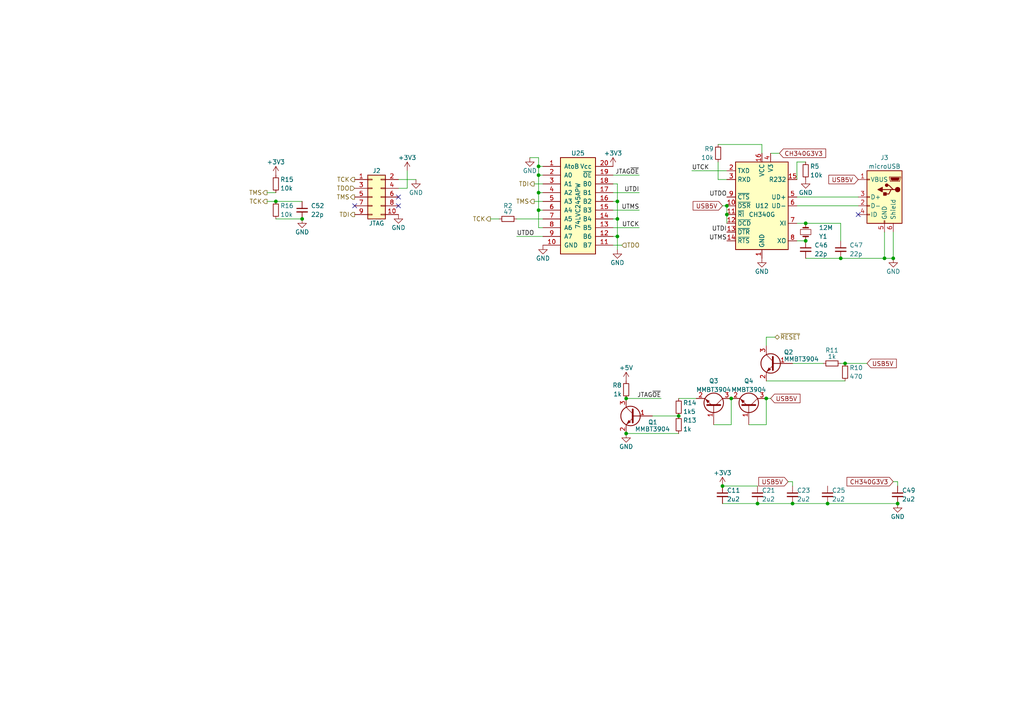
<source format=kicad_sch>
(kicad_sch (version 20230121) (generator eeschema)
  (paper "A4")
  (lib_symbols
    (symbol "Connector:USB_B_Micro" (pin_names (offset 1.016))
      (property "Reference" "J" (at -5.08 11.43 0))
      (property "Value" "USB_B_Micro" (at -5.08 8.89 0))
      (symbol "USB_B_Micro_0_1"
        (rectangle (start -5.08 -7.62) (end 5.08 7.62) (stroke (width 0.254)) (fill (type background)))
        (circle (center -3.81 2.159) (radius 0.635) (stroke (width 0.254)) (fill (type outline)))
        (circle (center -0.635 3.429) (radius 0.381) (stroke (width 0.254)) (fill (type outline)))
        (rectangle (start -0.127 -7.62) (end 0.127 -6.858))
        (polyline (pts (xy -1.905 2.159) (xy 0.635 2.159)) (stroke (width 0.254)))
        (polyline (pts (xy -3.175 2.159) (xy -2.54 2.159) (xy -1.27 3.429) (xy -0.635 3.429)) (stroke (width 0.254)))
        (polyline (pts (xy -2.54 2.159) (xy -1.905 2.159) (xy -1.27 0.889) (xy 0 0.889)) (stroke (width 0.254)))
        (polyline (pts (xy 0.635 2.794) (xy 0.635 1.524) (xy 1.905 2.159) (xy 0.635 2.794)) (stroke (width 0.254)) (fill (type outline)))
        (polyline (pts (xy -4.318 5.588) (xy -1.778 5.588) (xy -2.032 4.826) (xy -4.064 4.826) (xy -4.318 5.588)) (fill (type outline)))
        (polyline (pts (xy -4.699 5.842) (xy -4.699 5.588) (xy -4.445 4.826) (xy -4.445 4.572) (xy -1.651 4.572) (xy -1.651 4.826) (xy -1.397 5.588) (xy -1.397 5.842) (xy -4.699 5.842)))
        (rectangle (start 0.254 1.27) (end -0.508 0.508) (stroke (width 0.254)) (fill (type outline)))
        (rectangle (start 5.08 -5.207) (end 4.318 -4.953))
        (rectangle (start 5.08 -2.667) (end 4.318 -2.413))
        (rectangle (start 5.08 -0.127) (end 4.318 0.127))
        (rectangle (start 5.08 4.953) (end 4.318 5.207))
      )
      (symbol "USB_B_Micro_1_1"
        (pin power_out line (at 7.62 5.08 180) (length 2.54) (name "VBUS") (number "1"))
        (pin bidirectional line (at 7.62 -2.54 180) (length 2.54) (name "D-") (number "2"))
        (pin bidirectional line (at 7.62 0 180) (length 2.54) (name "D+") (number "3"))
        (pin passive line (at 7.62 -5.08 180) (length 2.54) (name "ID") (number "4"))
        (pin power_out line (at 0 -10.16 90) (length 2.54) (name "GND") (number "5"))
        (pin passive line (at -2.54 -10.16 90) (length 2.54) (name "Shield") (number "6"))
      )
    )
    (symbol "Connector_Generic:Conn_02x05_Odd_Even" (pin_names (offset 1.016) hide)
      (property "Reference" "J" (at 1.27 7.62 0))
      (property "Value" "Conn_02x05_Odd_Even" (at 1.27 -7.62 0))
      (symbol "Conn_02x05_Odd_Even_1_1"
        (rectangle (start -1.27 -4.953) (end 0 -5.207) (stroke (width 0.1524)))
        (rectangle (start -1.27 -2.413) (end 0 -2.667) (stroke (width 0.1524)))
        (rectangle (start -1.27 0.127) (end 0 -0.127) (stroke (width 0.1524)))
        (rectangle (start -1.27 2.667) (end 0 2.413) (stroke (width 0.1524)))
        (rectangle (start -1.27 5.207) (end 0 4.953) (stroke (width 0.1524)))
        (rectangle (start -1.27 6.35) (end 3.81 -6.35) (stroke (width 0.254)) (fill (type background)))
        (rectangle (start 3.81 -4.953) (end 2.54 -5.207) (stroke (width 0.1524)))
        (rectangle (start 3.81 -2.413) (end 2.54 -2.667) (stroke (width 0.1524)))
        (rectangle (start 3.81 0.127) (end 2.54 -0.127) (stroke (width 0.1524)))
        (rectangle (start 3.81 2.667) (end 2.54 2.413) (stroke (width 0.1524)))
        (rectangle (start 3.81 5.207) (end 2.54 4.953) (stroke (width 0.1524)))
        (pin passive line (at -5.08 5.08 0) (length 3.81) (name "Pin_1") (number "1"))
        (pin passive line (at 7.62 -5.08 180) (length 3.81) (name "Pin_10") (number "10"))
        (pin passive line (at 7.62 5.08 180) (length 3.81) (name "Pin_2") (number "2"))
        (pin passive line (at -5.08 2.54 0) (length 3.81) (name "Pin_3") (number "3"))
        (pin passive line (at 7.62 2.54 180) (length 3.81) (name "Pin_4") (number "4"))
        (pin passive line (at -5.08 0 0) (length 3.81) (name "Pin_5") (number "5"))
        (pin passive line (at 7.62 0 180) (length 3.81) (name "Pin_6") (number "6"))
        (pin passive line (at -5.08 -2.54 0) (length 3.81) (name "Pin_7") (number "7"))
        (pin passive line (at 7.62 -2.54 180) (length 3.81) (name "Pin_8") (number "8"))
        (pin passive line (at -5.08 -5.08 0) (length 3.81) (name "Pin_9") (number "9"))
      )
    )
    (symbol "Device:C_Small" (pin_numbers hide) (pin_names (offset 0.254) hide)
      (property "Reference" "C" (at 0.254 1.778 0))
      (property "Value" "C_Small" (at 0.254 -2.032 0))
      (symbol "C_Small_0_1"
        (polyline (pts (xy -1.524 -0.508) (xy 1.524 -0.508)) (stroke (width 0.3302)))
        (polyline (pts (xy -1.524 0.508) (xy 1.524 0.508)) (stroke (width 0.3048)))
      )
      (symbol "C_Small_1_1"
        (pin passive line (at 0 2.54 270) (length 2.032) (name "~") (number "1"))
        (pin passive line (at 0 -2.54 90) (length 2.032) (name "~") (number "2"))
      )
    )
    (symbol "Device:Crystal_Small" (pin_numbers hide) (pin_names (offset 1.016) hide)
      (property "Reference" "Y" (at 0 2.54 0))
      (property "Value" "Crystal_Small" (at 0 -2.54 0))
      (symbol "Crystal_Small_0_1"
        (rectangle (start -0.762 -1.524) (end 0.762 1.524))
        (polyline (pts (xy -1.27 -0.762) (xy -1.27 0.762)) (stroke (width 0.381)))
        (polyline (pts (xy 1.27 -0.762) (xy 1.27 0.762)) (stroke (width 0.381)))
      )
      (symbol "Crystal_Small_1_1"
        (pin passive line (at -2.54 0 0) (length 1.27) (name "1") (number "1"))
        (pin passive line (at 2.54 0 180) (length 1.27) (name "2") (number "2"))
      )
    )
    (symbol "Device:R_Small" (pin_numbers hide) (pin_names (offset 0.254) hide)
      (property "Reference" "R" (at 0.762 0.508 0))
      (property "Value" "R_Small" (at 0.762 -1.016 0))
      (symbol "R_Small_0_1"
        (rectangle (start -0.762 1.778) (end 0.762 -1.778) (stroke (width 0.2032)))
      )
      (symbol "R_Small_1_1"
        (pin passive line (at 0 2.54 270) (length 0.762) (name "~") (number "1"))
        (pin passive line (at 0 -2.54 90) (length 0.762) (name "~") (number "2"))
      )
    )
    (symbol "GW_Logic:74245" (pin_names (offset 1.016))
      (property "Reference" "U" (at 0 15.24 0))
      (property "Value" "74245" (at 0 0 90))
      (symbol "74245_0_1"
        (rectangle (start -5.08 13.97) (end 5.08 -13.97) (stroke (width 0.254)) (fill (type background)))
      )
      (symbol "74245_1_1"
        (pin input line (at -10.16 11.43 0) (length 5.08) (name "AtoB") (number "1"))
        (pin power_in line (at -10.16 -11.43 0) (length 5.08) (name "GND") (number "10"))
        (pin bidirectional line (at 10.16 -11.43 180) (length 5.08) (name "B7") (number "11"))
        (pin bidirectional line (at 10.16 -8.89 180) (length 5.08) (name "B6") (number "12"))
        (pin bidirectional line (at 10.16 -6.35 180) (length 5.08) (name "B5") (number "13"))
        (pin bidirectional line (at 10.16 -3.81 180) (length 5.08) (name "B4") (number "14"))
        (pin bidirectional line (at 10.16 -1.27 180) (length 5.08) (name "B3") (number "15"))
        (pin bidirectional line (at 10.16 1.27 180) (length 5.08) (name "B2") (number "16"))
        (pin bidirectional line (at 10.16 3.81 180) (length 5.08) (name "B1") (number "17"))
        (pin bidirectional line (at 10.16 6.35 180) (length 5.08) (name "B0") (number "18"))
        (pin input line (at 10.16 8.89 180) (length 5.08) (name "~{OE}") (number "19"))
        (pin bidirectional line (at -10.16 8.89 0) (length 5.08) (name "A0") (number "2"))
        (pin power_in line (at 10.16 11.43 180) (length 5.08) (name "Vcc") (number "20"))
        (pin bidirectional line (at -10.16 6.35 0) (length 5.08) (name "A1") (number "3"))
        (pin bidirectional line (at -10.16 3.81 0) (length 5.08) (name "A2") (number "4"))
        (pin bidirectional line (at -10.16 1.27 0) (length 5.08) (name "A3") (number "5"))
        (pin bidirectional line (at -10.16 -1.27 0) (length 5.08) (name "A4") (number "6"))
        (pin bidirectional line (at -10.16 -3.81 0) (length 5.08) (name "A5") (number "7"))
        (pin bidirectional line (at -10.16 -6.35 0) (length 5.08) (name "A6") (number "8"))
        (pin bidirectional line (at -10.16 -8.89 0) (length 5.08) (name "A7") (number "9"))
      )
    )
    (symbol "Interface_USB:CH340G"
      (property "Reference" "U" (at -5.08 13.97 0))
      (property "Value" "CH340G" (at 1.27 13.97 0))
      (symbol "CH340G_0_1"
        (rectangle (start -7.62 12.7) (end 7.62 -12.7) (stroke (width 0.254)) (fill (type background)))
      )
      (symbol "CH340G_1_1"
        (pin power_in line (at 0 -15.24 90) (length 2.54) (name "GND") (number "1"))
        (pin input line (at 10.16 0 180) (length 2.54) (name "~{DSR}") (number "10"))
        (pin input line (at 10.16 -2.54 180) (length 2.54) (name "~{RI}") (number "11"))
        (pin input line (at 10.16 -5.08 180) (length 2.54) (name "~{DCD}") (number "12"))
        (pin output line (at 10.16 -7.62 180) (length 2.54) (name "~{DTR}") (number "13"))
        (pin output line (at 10.16 -10.16 180) (length 2.54) (name "~{RTS}") (number "14"))
        (pin input line (at -10.16 7.62 0) (length 2.54) (name "R232") (number "15"))
        (pin power_in line (at 0 15.24 270) (length 2.54) (name "VCC") (number "16"))
        (pin output line (at 10.16 10.16 180) (length 2.54) (name "TXD") (number "2"))
        (pin input line (at 10.16 7.62 180) (length 2.54) (name "RXD") (number "3"))
        (pin passive line (at -2.54 15.24 270) (length 2.54) (name "V3") (number "4"))
        (pin bidirectional line (at -10.16 2.54 0) (length 2.54) (name "UD+") (number "5"))
        (pin bidirectional line (at -10.16 0 0) (length 2.54) (name "UD-") (number "6"))
        (pin input line (at -10.16 -5.08 0) (length 2.54) (name "XI") (number "7"))
        (pin output line (at -10.16 -10.16 0) (length 2.54) (name "XO") (number "8"))
        (pin input line (at 10.16 2.54 180) (length 2.54) (name "~{CTS}") (number "9"))
      )
    )
    (symbol "Transistor_BJT:MMBT3904" (pin_names (offset 0) hide)
      (property "Reference" "Q" (at 5.08 1.905 0))
      (property "Value" "MMBT3904" (at 5.08 0 0))
      (symbol "MMBT3904_0_1"
        (polyline (pts (xy 0.635 0.635) (xy 2.54 2.54)))
        (polyline (pts (xy 0.635 -0.635) (xy 2.54 -2.54) (xy 2.54 -2.54)))
        (polyline (pts (xy 0.635 1.905) (xy 0.635 -1.905) (xy 0.635 -1.905)) (stroke (width 0.508)))
        (polyline (pts (xy 1.27 -1.778) (xy 1.778 -1.27) (xy 2.286 -2.286) (xy 1.27 -1.778) (xy 1.27 -1.778)) (fill (type outline)))
        (circle (center 1.27 0) (radius 2.8194) (stroke (width 0.254)))
      )
      (symbol "MMBT3904_1_1"
        (pin input line (at -5.08 0 0) (length 5.715) (name "B") (number "1"))
        (pin passive line (at 2.54 -5.08 90) (length 2.54) (name "E") (number "2"))
        (pin passive line (at 2.54 5.08 270) (length 2.54) (name "C") (number "3"))
      )
    )
    (symbol "power:+3V3" (power) (pin_names (offset 0))
      (property "Value" "+3V3" (at 0 3.556 0))
      (symbol "+3V3_0_1"
        (polyline (pts (xy -0.762 1.27) (xy 0 2.54)))
        (polyline (pts (xy 0 0) (xy 0 2.54)))
        (polyline (pts (xy 0 2.54) (xy 0.762 1.27)))
      )
      (symbol "+3V3_1_1"
        (pin power_in line (at 0 0 90) (length 0) hide (name "+3V3") (number "1"))
      )
    )
    (symbol "power:+5V" (power) (pin_names (offset 0))
      (property "Value" "+5V" (at 0 3.556 0))
      (symbol "+5V_0_1"
        (polyline (pts (xy -0.762 1.27) (xy 0 2.54)))
        (polyline (pts (xy 0 0) (xy 0 2.54)))
        (polyline (pts (xy 0 2.54) (xy 0.762 1.27)))
      )
      (symbol "+5V_1_1"
        (pin power_in line (at 0 0 90) (length 0) hide (name "+5V") (number "1"))
      )
    )
    (symbol "power:GND" (power) (pin_names (offset 0))
      (property "Value" "GND" (at 0 -3.81 0))
      (symbol "GND_0_1"
        (polyline (pts (xy 0 0) (xy 0 -1.27) (xy 1.27 -1.27) (xy 0 -2.54) (xy -1.27 -1.27) (xy 0 -1.27)))
      )
      (symbol "GND_1_1"
        (pin power_in line (at 0 0 270) (length 0) hide (name "GND") (number "1"))
      )
    )
  )
  (junction (at 210.82 62.23))
  (junction (at 156.21 50.8))
  (junction (at 259.08 74.93))
  (junction (at 245.11 105.41))
  (junction (at 229.87 146.05))
  (junction (at 210.82 59.69))
  (junction (at 212.09 115.57))
  (junction (at 156.21 55.88))
  (junction (at 156.21 60.96))
  (junction (at 156.21 48.26))
  (junction (at 179.07 63.5))
  (junction (at 233.68 69.85))
  (junction (at 233.68 64.77))
  (junction (at 209.55 140.97))
  (junction (at 243.84 74.93))
  (junction (at 80.01 58.42))
  (junction (at 181.61 125.73))
  (junction (at 179.07 58.42))
  (junction (at 222.25 115.57))
  (junction (at 240.03 146.05))
  (junction (at 87.63 63.5))
  (junction (at 196.85 120.65))
  (junction (at 260.35 146.05))
  (junction (at 219.71 146.05))
  (junction (at 256.54 74.93))
  (junction (at 179.07 68.58))
  (junction (at 181.61 115.57))
  (no_connect (at 115.57 59.69))
  (no_connect (at 248.92 62.23))
  (no_connect (at 102.87 59.69))
  (no_connect (at 115.57 57.15))
  (wire (pts (xy 210.82 64.77) (xy 210.82 62.23)))
  (wire (pts (xy 229.87 105.41) (xy 238.76 105.41)))
  (wire (pts (xy 233.68 64.77) (xy 231.14 64.77)))
  (wire (pts (xy 222.25 110.49) (xy 245.11 110.49)))
  (wire (pts (xy 149.86 68.58) (xy 157.48 68.58)))
  (wire (pts (xy 243.84 64.77) (xy 243.84 69.85)))
  (wire (pts (xy 156.21 55.88) (xy 157.48 55.88)))
  (wire (pts (xy 115.57 52.07) (xy 120.65 52.07)))
  (wire (pts (xy 177.8 50.8) (xy 185.42 50.8)))
  (wire (pts (xy 222.25 97.79) (xy 222.25 100.33)))
  (wire (pts (xy 208.28 41.91) (xy 220.98 41.91)))
  (wire (pts (xy 231.14 59.69) (xy 248.92 59.69)))
  (wire (pts (xy 156.21 48.26) (xy 157.48 48.26)))
  (wire (pts (xy 196.85 120.65) (xy 189.23 120.65)))
  (wire (pts (xy 231.14 69.85) (xy 233.68 69.85)))
  (wire (pts (xy 179.07 58.42) (xy 177.8 58.42)))
  (wire (pts (xy 180.34 71.12) (xy 177.8 71.12)))
  (wire (pts (xy 156.21 50.8) (xy 156.21 48.26)))
  (wire (pts (xy 185.42 60.96) (xy 177.8 60.96)))
  (wire (pts (xy 233.68 74.93) (xy 243.84 74.93)))
  (wire (pts (xy 209.55 140.97) (xy 219.71 140.97)))
  (wire (pts (xy 156.21 60.96) (xy 157.48 60.96)))
  (wire (pts (xy 243.84 64.77) (xy 233.68 64.77)))
  (wire (pts (xy 115.57 54.61) (xy 118.11 54.61)))
  (wire (pts (xy 157.48 66.04) (xy 156.21 66.04)))
  (wire (pts (xy 80.01 55.88) (xy 77.47 55.88)))
  (wire (pts (xy 229.87 139.7) (xy 229.87 140.97)))
  (wire (pts (xy 156.21 50.8) (xy 157.48 50.8)))
  (wire (pts (xy 207.01 123.19) (xy 212.09 123.19)))
  (wire (pts (xy 179.07 53.34) (xy 179.07 58.42)))
  (wire (pts (xy 80.01 58.42) (xy 87.63 58.42)))
  (wire (pts (xy 240.03 146.05) (xy 260.35 146.05)))
  (wire (pts (xy 118.11 54.61) (xy 118.11 49.53)))
  (wire (pts (xy 156.21 55.88) (xy 156.21 50.8)))
  (wire (pts (xy 179.07 63.5) (xy 177.8 63.5)))
  (wire (pts (xy 149.86 63.5) (xy 157.48 63.5)))
  (wire (pts (xy 156.21 60.96) (xy 156.21 55.88)))
  (wire (pts (xy 209.55 59.69) (xy 210.82 59.69)))
  (wire (pts (xy 260.35 139.7) (xy 260.35 140.97)))
  (wire (pts (xy 181.61 115.57) (xy 191.77 115.57)))
  (wire (pts (xy 179.07 68.58) (xy 177.8 68.58)))
  (wire (pts (xy 80.01 63.5) (xy 87.63 63.5)))
  (wire (pts (xy 179.07 68.58) (xy 179.07 72.39)))
  (wire (pts (xy 156.21 48.26) (xy 156.21 45.72)))
  (wire (pts (xy 259.08 67.31) (xy 259.08 74.93)))
  (wire (pts (xy 179.07 58.42) (xy 179.07 63.5)))
  (wire (pts (xy 77.47 58.42) (xy 80.01 58.42)))
  (wire (pts (xy 219.71 146.05) (xy 229.87 146.05)))
  (wire (pts (xy 212.09 123.19) (xy 212.09 115.57)))
  (wire (pts (xy 177.8 53.34) (xy 179.07 53.34)))
  (wire (pts (xy 226.06 44.45) (xy 223.52 44.45)))
  (wire (pts (xy 260.35 139.7) (xy 259.08 139.7)))
  (wire (pts (xy 177.8 55.88) (xy 185.42 55.88)))
  (wire (pts (xy 256.54 67.31) (xy 256.54 74.93)))
  (wire (pts (xy 154.94 53.34) (xy 157.48 53.34)))
  (wire (pts (xy 243.84 105.41) (xy 245.11 105.41)))
  (wire (pts (xy 243.84 74.93) (xy 256.54 74.93)))
  (wire (pts (xy 196.85 115.57) (xy 201.93 115.57)))
  (wire (pts (xy 181.61 125.73) (xy 196.85 125.73)))
  (wire (pts (xy 222.25 123.19) (xy 222.25 115.57)))
  (wire (pts (xy 177.8 66.04) (xy 185.42 66.04)))
  (wire (pts (xy 259.08 74.93) (xy 256.54 74.93)))
  (wire (pts (xy 219.71 146.05) (xy 209.55 146.05)))
  (wire (pts (xy 229.87 139.7) (xy 228.6 139.7)))
  (wire (pts (xy 179.07 63.5) (xy 179.07 68.58)))
  (wire (pts (xy 231.14 52.07) (xy 231.14 46.99)))
  (wire (pts (xy 222.25 115.57) (xy 223.52 115.57)))
  (wire (pts (xy 229.87 146.05) (xy 240.03 146.05)))
  (wire (pts (xy 154.94 58.42) (xy 157.48 58.42)))
  (wire (pts (xy 248.92 57.15) (xy 231.14 57.15)))
  (wire (pts (xy 208.28 46.99) (xy 208.28 52.07)))
  (wire (pts (xy 156.21 45.72) (xy 153.67 45.72)))
  (wire (pts (xy 142.24 63.5) (xy 144.78 63.5)))
  (wire (pts (xy 231.14 46.99) (xy 233.68 46.99)))
  (wire (pts (xy 224.79 97.79) (xy 222.25 97.79)))
  (wire (pts (xy 156.21 66.04) (xy 156.21 60.96)))
  (wire (pts (xy 208.28 52.07) (xy 210.82 52.07)))
  (wire (pts (xy 245.11 105.41) (xy 251.46 105.41)))
  (wire (pts (xy 217.17 123.19) (xy 222.25 123.19)))
  (wire (pts (xy 220.98 41.91) (xy 220.98 44.45)))
  (wire (pts (xy 210.82 62.23) (xy 210.82 59.69)))
  (wire (pts (xy 210.82 49.53) (xy 200.66 49.53)))
  (label "UTDO" (at 149.86 68.58 0))
  (label "UTDI" (at 185.42 55.88 180))
  (label "UTMS" (at 185.42 60.96 180))
  (label "UTMS" (at 210.82 69.85 180))
  (label "JTAG~{OE}" (at 191.77 115.57 180))
  (label "UTDO" (at 210.82 57.15 180))
  (label "UTDI" (at 210.82 67.31 180))
  (label "UTCK" (at 185.42 66.04 180))
  (label "UTCK" (at 200.66 49.53 0))
  (label "JTAG~{OE}" (at 185.42 50.8 180))
  (global_label "CH340G3V3" (shape input) (at 259.08 139.7 180) (property "Intersheetrefs" "${INTERSHEET_REFS}" (effects hide)))
  (global_label "USB5V" (shape input) (at 248.92 52.07 180) (property "Intersheetrefs" "${INTERSHEET_REFS}" (effects hide)))
  (global_label "CH340G3V3" (shape input) (at 226.06 44.45 0) (property "Intersheetrefs" "${INTERSHEET_REFS}" (effects hide)))
  (global_label "USB5V" (shape input) (at 228.6 139.7 180) (property "Intersheetrefs" "${INTERSHEET_REFS}" (effects hide)))
  (global_label "USB5V" (shape input) (at 223.52 115.57 0) (property "Intersheetrefs" "${INTERSHEET_REFS}" (effects hide)))
  (global_label "USB5V" (shape input) (at 251.46 105.41 0) (property "Intersheetrefs" "${INTERSHEET_REFS}" (effects hide)))
  (global_label "USB5V" (shape input) (at 209.55 59.69 180) (property "Intersheetrefs" "${INTERSHEET_REFS}" (effects hide)))
  (hierarchical_label "TCK" (shape output) (at 102.87 52.07 180))
  (hierarchical_label "TCK" (shape output) (at 77.47 58.42 180))
  (hierarchical_label "TMS" (shape output) (at 77.47 55.88 180))
  (hierarchical_label "~{RESET}" (shape tri_state) (at 224.79 97.79 0))
  (hierarchical_label "TDI" (shape output) (at 102.87 62.23 180))
  (hierarchical_label "TMS" (shape output) (at 102.87 57.15 180))
  (hierarchical_label "TCK" (shape output) (at 142.24 63.5 180))
  (hierarchical_label "TMS" (shape output) (at 154.94 58.42 180))
  (hierarchical_label "TDI" (shape output) (at 154.94 53.34 180))
  (hierarchical_label "TDO" (shape input) (at 102.87 54.61 180))
  (hierarchical_label "TDO" (shape input) (at 180.34 71.12 0))
  (symbol (lib_id "Device:Crystal_Small") (at 233.68 67.31 270) (mirror x) (unit 1)
    (property "Reference" "Y1" (at 237.49 68.58 90) (effects (justify left)))
    (property "Value" "12M" (at 237.49 66.04 90) (effects (justify left)))
    (property "Footprint" "stdpads:Crystal_HC49-SMD" (effects hide))
    (property "LCSC Part" "C111117" (effects hide))
  )
  (symbol (lib_id "Connector_Generic:Conn_02x05_Odd_Even") (at 107.95 57.15 0) (unit 1)
    (property "Reference" "J2" (at 109.22 49.53 0))
    (property "Value" "JTAG" (at 109.22 64.77 0))
    (property "Footprint" "Connector:Tag-Connect_TC2050-IDC-FP_2x05_P1.27mm_Vertical" (effects hide))
  )
  (symbol (lib_id "power:+3V3") (at 118.11 49.53 0) (unit 1)
    (property "Reference" "#PWR0128" (effects hide))
    (property "Value" "+3V3" (at 118.11 45.72 0))
  )
  (symbol (lib_id "Interface_USB:CH340G") (at 220.98 59.69 0) (mirror y) (unit 1)
    (property "Reference" "U12" (at 220.98 59.69 0))
    (property "Value" "CH340G" (at 220.98 62.23 0))
    (property "Footprint" "stdpads:SOIC-16_3.9mm" (effects hide))
    (property "Datasheet" "http://www.datasheet5.com/pdf-local-2195953" (effects hide))
    (property "LCSC Part" "C14267" (effects hide))
  )
  (symbol (lib_id "power:GND") (at 233.68 52.07 0) (mirror y) (unit 1)
    (property "Reference" "#PWR0164" (effects hide))
    (property "Value" "GND" (at 233.68 55.88 0))
  )
  (symbol (lib_id "power:+3V3") (at 209.55 140.97 0) (unit 1)
    (property "Reference" "#PWR0202" (effects hide))
    (property "Value" "+3V3" (at 209.55 137.16 0))
  )
  (symbol (lib_id "Device:C_Small") (at 209.55 143.51 0) (unit 1)
    (property "Reference" "C11" (at 210.82 142.24 0) (effects (justify left)))
    (property "Value" "2u2" (at 210.82 144.78 0) (effects (justify left)))
    (property "Footprint" "stdpads:C_0603" (effects hide))
    (property "LCSC Part" "C23630" (effects hide))
  )
  (symbol (lib_id "Device:C_Small") (at 219.71 143.51 0) (unit 1)
    (property "Reference" "C21" (at 220.98 142.24 0) (effects (justify left)))
    (property "Value" "2u2" (at 220.98 144.78 0) (effects (justify left)))
    (property "Footprint" "stdpads:C_0603" (effects hide))
    (property "LCSC Part" "C23630" (effects hide))
  )
  (symbol (lib_id "Device:C_Small") (at 229.87 143.51 0) (unit 1)
    (property "Reference" "C23" (at 231.14 142.24 0) (effects (justify left)))
    (property "Value" "2u2" (at 231.14 144.78 0) (effects (justify left)))
    (property "Footprint" "stdpads:C_0603" (effects hide))
    (property "LCSC Part" "C23630" (effects hide))
  )
  (symbol (lib_id "Device:C_Small") (at 240.03 143.51 0) (unit 1)
    (property "Reference" "C25" (at 241.3 142.24 0) (effects (justify left)))
    (property "Value" "2u2" (at 241.3 144.78 0) (effects (justify left)))
    (property "Footprint" "stdpads:C_0603" (effects hide))
    (property "LCSC Part" "C23630" (effects hide))
  )
  (symbol (lib_id "power:GND") (at 259.08 74.93 0) (mirror y) (unit 1)
    (property "Reference" "#PWR0165" (effects hide))
    (property "Value" "GND" (at 259.08 78.74 0))
  )
  (symbol (lib_id "power:GND") (at 115.57 62.23 0) (unit 1)
    (property "Reference" "#PWR0127" (effects hide))
    (property "Value" "GND" (at 115.57 66.04 0))
  )
  (symbol (lib_id "Device:C_Small") (at 233.68 72.39 0) (unit 1)
    (property "Reference" "C46" (at 236.22 71.12 0) (effects (justify left)))
    (property "Value" "22p" (at 236.22 73.66 0) (effects (justify left)))
    (property "Footprint" "stdpads:C_0603" (effects hide))
    (property "LCSC Part" "C1653" (effects hide))
  )
  (symbol (lib_id "Device:C_Small") (at 243.84 72.39 0) (unit 1)
    (property "Reference" "C47" (at 246.38 71.12 0) (effects (justify left)))
    (property "Value" "22p" (at 246.38 73.66 0) (effects (justify left)))
    (property "Footprint" "stdpads:C_0603" (effects hide))
    (property "LCSC Part" "C1653" (effects hide))
  )
  (symbol (lib_id "Connector:USB_B_Micro") (at 256.54 57.15 0) (mirror y) (unit 1)
    (property "Reference" "J3" (at 256.54 45.72 0))
    (property "Value" "microUSB" (at 256.54 48.26 0))
    (property "Footprint" "stdpads:USB_Micro-B_ShouHan_MicroXNJ" (effects hide))
    (property "LCSC Part" "C404969" (effects hide))
  )
  (symbol (lib_id "power:GND") (at 120.65 52.07 0) (unit 1)
    (property "Reference" "#PWR0204" (effects hide))
    (property "Value" "GND" (at 120.65 55.88 0))
  )
  (symbol (lib_id "Transistor_BJT:MMBT3904") (at 224.79 105.41 0) (mirror y) (unit 1)
    (property "Reference" "Q2" (at 227.33 102.87 0) (effects (justify right bottom)))
    (property "Value" "MMBT3904" (at 227.33 104.14 0) (effects (justify right)))
    (property "Footprint" "stdpads:SOT-23" (effects hide))
    (property "Datasheet" "https://www.onsemi.com/pub/Collateral/2N3903-D.PDF" (effects hide))
    (property "LCSC Part" "C20526" (effects hide))
  )
  (symbol (lib_id "power:GND") (at 181.61 125.73 0) (unit 1)
    (property "Reference" "#PWR0196" (effects hide))
    (property "Value" "GND" (at 181.61 129.54 0))
  )
  (symbol (lib_id "Transistor_BJT:MMBT3904") (at 184.15 120.65 0) (mirror y) (unit 1)
    (property "Reference" "Q1" (at 187.96 123.19 0) (effects (justify right bottom)))
    (property "Value" "MMBT3904" (at 184.15 124.46 0) (effects (justify right)))
    (property "Footprint" "stdpads:SOT-23" (effects hide))
    (property "Datasheet" "https://www.onsemi.com/pub/Collateral/2N3903-D.PDF" (effects hide))
    (property "LCSC Part" "C20526" (effects hide))
  )
  (symbol (lib_id "power:+5V") (at 181.61 110.49 0) (mirror y) (unit 1)
    (property "Reference" "#PWR0198" (effects hide))
    (property "Value" "+5V" (at 181.61 106.68 0))
  )
  (symbol (lib_id "power:GND") (at 260.35 146.05 0) (mirror y) (unit 1)
    (property "Reference" "#PWR0199" (effects hide))
    (property "Value" "GND" (at 260.35 149.86 0))
  )
  (symbol (lib_id "Device:C_Small") (at 260.35 143.51 0) (unit 1)
    (property "Reference" "C49" (at 261.62 142.24 0) (effects (justify left)))
    (property "Value" "2u2" (at 261.62 144.78 0) (effects (justify left)))
    (property "Footprint" "stdpads:C_0603" (effects hide))
    (property "LCSC Part" "C23630" (effects hide))
  )
  (symbol (lib_id "power:GND") (at 220.98 74.93 0) (mirror y) (unit 1)
    (property "Reference" "#PWR0162" (effects hide))
    (property "Value" "GND" (at 220.98 78.74 0))
  )
  (symbol (lib_id "Device:R_Small") (at 80.01 60.96 0) (mirror y) (unit 1)
    (property "Reference" "R16" (at 81.28 59.69 0) (effects (justify right)))
    (property "Value" "10k" (at 81.28 62.23 0) (effects (justify right)))
    (property "Footprint" "stdpads:R_0603" (effects hide))
    (property "LCSC Part" "C25804" (effects hide))
  )
  (symbol (lib_id "Device:R_Small") (at 80.01 53.34 0) (mirror y) (unit 1)
    (property "Reference" "R15" (at 81.28 52.07 0) (effects (justify right)))
    (property "Value" "10k" (at 81.28 54.61 0) (effects (justify right)))
    (property "Footprint" "stdpads:R_0603" (effects hide))
    (property "LCSC Part" "C25804" (effects hide))
  )
  (symbol (lib_id "power:+3V3") (at 80.01 50.8 0) (unit 1)
    (property "Reference" "#PWR0205" (effects hide))
    (property "Value" "+3V3" (at 80.01 46.99 0))
  )
  (symbol (lib_id "power:GND") (at 87.63 63.5 0) (unit 1)
    (property "Reference" "#PWR0206" (effects hide))
    (property "Value" "GND" (at 87.63 67.31 0))
  )
  (symbol (lib_id "power:+3V3") (at 177.8 48.26 0) (unit 1)
    (property "Reference" "#PWR07" (effects hide))
    (property "Value" "+3V3" (at 177.8 44.45 0))
  )
  (symbol (lib_id "Device:R_Small") (at 245.11 107.95 0) (mirror y) (unit 1)
    (property "Reference" "R10" (at 246.38 106.68 0) (effects (justify right)))
    (property "Value" "470" (at 246.38 109.22 0) (effects (justify right)))
    (property "Footprint" "stdpads:R_0805" (effects hide))
  )
  (symbol (lib_id "Device:R_Small") (at 233.68 49.53 0) (mirror y) (unit 1)
    (property "Reference" "R5" (at 234.95 48.26 0) (effects (justify right)))
    (property "Value" "10k" (at 234.95 50.8 0) (effects (justify right)))
    (property "Footprint" "stdpads:R_0603" (effects hide))
    (property "LCSC Part" "C25804" (effects hide))
  )
  (symbol (lib_id "Device:R_Small") (at 196.85 123.19 180) (unit 1)
    (property "Reference" "R13" (at 198.12 121.92 0) (effects (justify right)))
    (property "Value" "1k" (at 198.12 124.46 0) (effects (justify right)))
    (property "Footprint" "stdpads:R_0603" (effects hide))
  )
  (symbol (lib_id "Device:R_Small") (at 181.61 113.03 0) (mirror x) (unit 1)
    (property "Reference" "R8" (at 180.34 111.76 0) (effects (justify right)))
    (property "Value" "1k" (at 180.34 114.3 0) (effects (justify right)))
    (property "Footprint" "stdpads:R_0603" (effects hide))
  )
  (symbol (lib_id "Device:R_Small") (at 147.32 63.5 270) (unit 1)
    (property "Reference" "R2" (at 147.32 59.69 90))
    (property "Value" "47" (at 147.32 62.23 90) (effects (justify bottom)))
    (property "Footprint" "stdpads:R_0603" (effects hide))
    (property "LCSC Part" "C23182" (effects hide))
    (instances (project "WarpSE" (path "" (reference "R2") (unit 1)) (path "" (reference "R20") (unit 1))))
  )
  (symbol (lib_id "Device:R_Small") (at 241.3 105.41 90) (mirror x) (unit 1)
    (property "Reference" "R11" (at 241.3 101.6 90))
    (property "Value" "1k" (at 241.3 104.14 90) (effects (justify bottom)))
    (property "Footprint" "stdpads:R_0603" (effects hide))
  )
  (symbol (lib_id "Device:R_Small") (at 196.85 118.11 180) (unit 1)
    (property "Reference" "R14" (at 198.12 116.84 0) (effects (justify right)))
    (property "Value" "1k5" (at 198.12 119.38 0) (effects (justify right)))
    (property "Footprint" "stdpads:R_0603" (effects hide))
  )
  (symbol (lib_id "GW_Logic:74245") (at 167.64 59.69 0) (unit 1)
    (property "Reference" "U25" (at 167.64 44.45 0))
    (property "Value" "74LVC245APW" (at 167.64 59.69 90))
    (property "Footprint" "stdpads:TSSOP-20_4.4x6.5mm_P0.65mm" (effects hide))
  )
  (symbol (lib_id "power:GND") (at 179.07 72.39 0) (mirror y) (unit 1)
    (property "Reference" "#PWR010" (effects hide))
    (property "Value" "GND" (at 179.07 76.2 0))
  )
  (symbol (lib_id "Device:R_Small") (at 208.28 44.45 0) (unit 1)
    (property "Reference" "R9" (at 207.01 43.18 0) (effects (justify right)))
    (property "Value" "10k" (at 207.01 45.72 0) (effects (justify right)))
    (property "Footprint" "stdpads:R_0603" (effects hide))
    (property "LCSC Part" "C25804" (effects hide))
  )
  (symbol (lib_id "Transistor_BJT:MMBT3904") (at 207.01 118.11 270) (mirror x) (unit 1)
    (property "Reference" "Q3" (at 207.01 110.49 90))
    (property "Value" "MMBT3904" (at 207.01 113.03 90))
    (property "Footprint" "stdpads:SOT-23" (effects hide))
    (property "Datasheet" "https://www.onsemi.com/pub/Collateral/2N3903-D.PDF" (effects hide))
    (property "LCSC Part" "C20526" (effects hide))
  )
  (symbol (lib_id "power:GND") (at 157.48 71.12 0) (mirror y) (unit 1)
    (property "Reference" "#PWR09" (effects hide))
    (property "Value" "GND" (at 157.48 74.93 0))
  )
  (symbol (lib_id "Transistor_BJT:MMBT3904") (at 217.17 118.11 270) (mirror x) (unit 1)
    (property "Reference" "Q4" (at 217.17 110.49 90))
    (property "Value" "MMBT3904" (at 217.17 113.03 90))
    (property "Footprint" "stdpads:SOT-23" (effects hide))
    (property "Datasheet" "https://www.onsemi.com/pub/Collateral/2N3903-D.PDF" (effects hide))
    (property "LCSC Part" "C20526" (effects hide))
  )
  (symbol (lib_id "power:GND") (at 153.67 45.72 0) (mirror y) (unit 1)
    (property "Reference" "#PWR08" (effects hide))
    (property "Value" "GND" (at 153.67 49.53 0))
  )
  (symbol (lib_id "Device:C_Small") (at 87.63 60.96 0) (unit 1)
    (property "Reference" "C52" (at 90.17 59.69 0) (effects (justify left)))
    (property "Value" "22p" (at 90.17 62.23 0) (effects (justify left)))
    (property "Footprint" "stdpads:C_0603" (effects hide))
    (property "LCSC Part" "C1653" (effects hide))
  )
)
</source>
